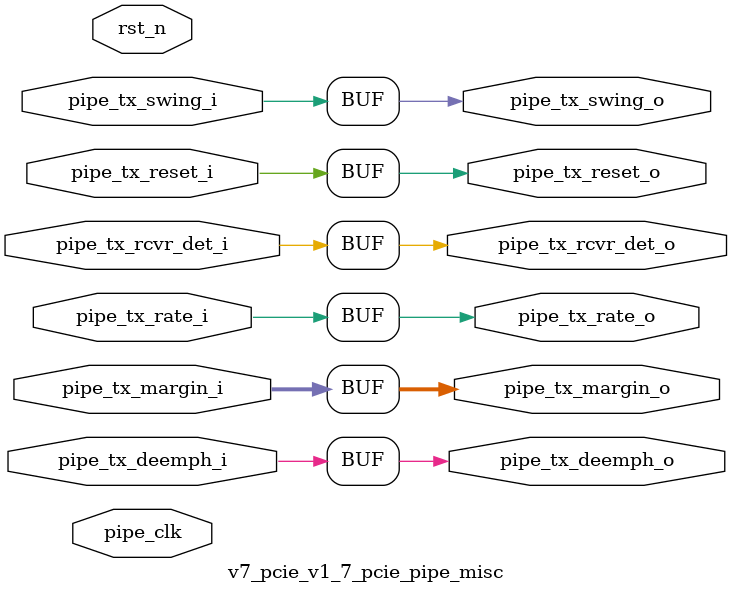
<source format=v>

`timescale 1ps/1ps

module v7_pcie_v1_7_pcie_pipe_misc #
(
    parameter        PIPE_PIPELINE_STAGES = 0    // 0 - 0 stages, 1 - 1 stage, 2 - 2 stages
)
(

    input   wire        pipe_tx_rcvr_det_i       ,     // PIPE Tx Receiver Detect
    input   wire        pipe_tx_reset_i          ,     // PIPE Tx Reset
    input   wire        pipe_tx_rate_i           ,     // PIPE Tx Rate
    input   wire        pipe_tx_deemph_i         ,     // PIPE Tx Deemphasis
    input   wire [2:0]  pipe_tx_margin_i         ,     // PIPE Tx Margin
    input   wire        pipe_tx_swing_i          ,     // PIPE Tx Swing

    output  wire        pipe_tx_rcvr_det_o       ,     // Pipelined PIPE Tx Receiver Detect
    output  wire        pipe_tx_reset_o          ,     // Pipelined PIPE Tx Reset
    output  wire        pipe_tx_rate_o           ,     // Pipelined PIPE Tx Rate
    output  wire        pipe_tx_deemph_o         ,     // Pipelined PIPE Tx Deemphasis
    output  wire [2:0]  pipe_tx_margin_o         ,     // Pipelined PIPE Tx Margin
    output  wire        pipe_tx_swing_o          ,     // Pipelined PIPE Tx Swing

    input   wire        pipe_clk                ,      // PIPE Clock
    input   wire        rst_n                          // Reset
);

//******************************************************************//
// Reality check.                                                   //
//******************************************************************//

    parameter TCQ  = 1;      // clock to out delay model

    reg                pipe_tx_rcvr_det_q       ;
    reg                pipe_tx_reset_q          ;
    reg                pipe_tx_rate_q           ;
    reg                pipe_tx_deemph_q         ;
    reg [2:0]          pipe_tx_margin_q         ;
    reg                pipe_tx_swing_q          ;

    reg                pipe_tx_rcvr_det_qq      ;
    reg                pipe_tx_reset_qq         ;
    reg                pipe_tx_rate_qq          ;
    reg                pipe_tx_deemph_qq        ;
    reg [2:0]          pipe_tx_margin_qq        ;
    reg                pipe_tx_swing_qq         ;

    generate

    if (PIPE_PIPELINE_STAGES == 0) begin : pipe_stages_0

        assign pipe_tx_rcvr_det_o = pipe_tx_rcvr_det_i;
        assign pipe_tx_reset_o  = pipe_tx_reset_i;
        assign pipe_tx_rate_o = pipe_tx_rate_i;
        assign pipe_tx_deemph_o = pipe_tx_deemph_i;
        assign pipe_tx_margin_o = pipe_tx_margin_i;
        assign pipe_tx_swing_o = pipe_tx_swing_i;

    end // if (PIPE_PIPELINE_STAGES == 0)
    else if (PIPE_PIPELINE_STAGES == 1) begin : pipe_stages_1

        always @(posedge pipe_clk) begin

        if (rst_n)
        begin

            pipe_tx_rcvr_det_q <= #TCQ 0;
            pipe_tx_reset_q  <= #TCQ 1'b1;
            pipe_tx_rate_q <= #TCQ 0;
            pipe_tx_deemph_q <= #TCQ 1'b1;
            pipe_tx_margin_q <= #TCQ 0;
            pipe_tx_swing_q <= #TCQ 0;

        end
        else
        begin

            pipe_tx_rcvr_det_q <= #TCQ pipe_tx_rcvr_det_i;
            pipe_tx_reset_q  <= #TCQ pipe_tx_reset_i;
            pipe_tx_rate_q <= #TCQ pipe_tx_rate_i;
            pipe_tx_deemph_q <= #TCQ pipe_tx_deemph_i;
            pipe_tx_margin_q <= #TCQ pipe_tx_margin_i;
            pipe_tx_swing_q <= #TCQ pipe_tx_swing_i;

          end

        end

        assign pipe_tx_rcvr_det_o = pipe_tx_rcvr_det_q;
        assign pipe_tx_reset_o  = pipe_tx_reset_q;
        assign pipe_tx_rate_o = pipe_tx_rate_q;
        assign pipe_tx_deemph_o = pipe_tx_deemph_q;
        assign pipe_tx_margin_o = pipe_tx_margin_q;
        assign pipe_tx_swing_o = pipe_tx_swing_q;

    end // if (PIPE_PIPELINE_STAGES == 1)
    else if (PIPE_PIPELINE_STAGES == 2) begin : pipe_stages_2

        always @(posedge pipe_clk) begin

        if (rst_n)
        begin

            pipe_tx_rcvr_det_q <= #TCQ 0;
            pipe_tx_reset_q  <= #TCQ 1'b1;
            pipe_tx_rate_q <= #TCQ 0;
            pipe_tx_deemph_q <= #TCQ 1'b1;
            pipe_tx_margin_q <= #TCQ 0;
            pipe_tx_swing_q <= #TCQ 0;

            pipe_tx_rcvr_det_qq <= #TCQ 0;
            pipe_tx_reset_qq  <= #TCQ 1'b1;
            pipe_tx_rate_qq <= #TCQ 0;
            pipe_tx_deemph_qq <= #TCQ 1'b1;
            pipe_tx_margin_qq <= #TCQ 0;
            pipe_tx_swing_qq <= #TCQ 0;

        end
        else
        begin

            pipe_tx_rcvr_det_q <= #TCQ pipe_tx_rcvr_det_i;
            pipe_tx_reset_q  <= #TCQ pipe_tx_reset_i;
            pipe_tx_rate_q <= #TCQ pipe_tx_rate_i;
            pipe_tx_deemph_q <= #TCQ pipe_tx_deemph_i;
            pipe_tx_margin_q <= #TCQ pipe_tx_margin_i;
            pipe_tx_swing_q <= #TCQ pipe_tx_swing_i;

            pipe_tx_rcvr_det_qq <= #TCQ pipe_tx_rcvr_det_q;
            pipe_tx_reset_qq  <= #TCQ pipe_tx_reset_q;
            pipe_tx_rate_qq <= #TCQ pipe_tx_rate_q;
            pipe_tx_deemph_qq <= #TCQ pipe_tx_deemph_q;
            pipe_tx_margin_qq <= #TCQ pipe_tx_margin_q;
            pipe_tx_swing_qq <= #TCQ pipe_tx_swing_q;

          end

        end

        assign pipe_tx_rcvr_det_o = pipe_tx_rcvr_det_qq;
        assign pipe_tx_reset_o  = pipe_tx_reset_qq;
        assign pipe_tx_rate_o = pipe_tx_rate_qq;
        assign pipe_tx_deemph_o = pipe_tx_deemph_qq;
        assign pipe_tx_margin_o = pipe_tx_margin_qq;
        assign pipe_tx_swing_o = pipe_tx_swing_qq;

    end // if (PIPE_PIPELINE_STAGES == 2)

    endgenerate

endmodule


</source>
